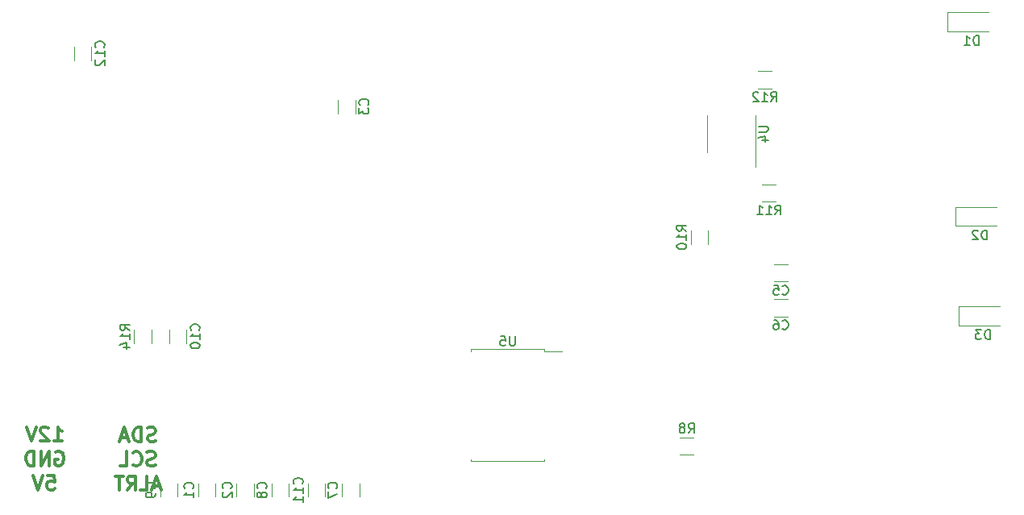
<source format=gbr>
%TF.GenerationSoftware,KiCad,Pcbnew,(5.1.10-1-10_14)*%
%TF.CreationDate,2022-01-10T15:26:04+01:00*%
%TF.ProjectId,E16 BMS Master,45313620-424d-4532-904d-61737465722e,rev?*%
%TF.SameCoordinates,Original*%
%TF.FileFunction,Legend,Bot*%
%TF.FilePolarity,Positive*%
%FSLAX46Y46*%
G04 Gerber Fmt 4.6, Leading zero omitted, Abs format (unit mm)*
G04 Created by KiCad (PCBNEW (5.1.10-1-10_14)) date 2022-01-10 15:26:04*
%MOMM*%
%LPD*%
G01*
G04 APERTURE LIST*
%ADD10C,0.300000*%
%ADD11C,0.120000*%
%ADD12C,0.150000*%
G04 APERTURE END LIST*
D10*
X119017028Y-153962342D02*
X118802742Y-154033771D01*
X118445600Y-154033771D01*
X118302742Y-153962342D01*
X118231314Y-153890914D01*
X118159885Y-153748057D01*
X118159885Y-153605200D01*
X118231314Y-153462342D01*
X118302742Y-153390914D01*
X118445600Y-153319485D01*
X118731314Y-153248057D01*
X118874171Y-153176628D01*
X118945600Y-153105200D01*
X119017028Y-152962342D01*
X119017028Y-152819485D01*
X118945600Y-152676628D01*
X118874171Y-152605200D01*
X118731314Y-152533771D01*
X118374171Y-152533771D01*
X118159885Y-152605200D01*
X117517028Y-154033771D02*
X117517028Y-152533771D01*
X117159885Y-152533771D01*
X116945600Y-152605200D01*
X116802742Y-152748057D01*
X116731314Y-152890914D01*
X116659885Y-153176628D01*
X116659885Y-153390914D01*
X116731314Y-153676628D01*
X116802742Y-153819485D01*
X116945600Y-153962342D01*
X117159885Y-154033771D01*
X117517028Y-154033771D01*
X116088457Y-153605200D02*
X115374171Y-153605200D01*
X116231314Y-154033771D02*
X115731314Y-152533771D01*
X115231314Y-154033771D01*
X118981314Y-156512342D02*
X118767028Y-156583771D01*
X118409885Y-156583771D01*
X118267028Y-156512342D01*
X118195600Y-156440914D01*
X118124171Y-156298057D01*
X118124171Y-156155200D01*
X118195600Y-156012342D01*
X118267028Y-155940914D01*
X118409885Y-155869485D01*
X118695600Y-155798057D01*
X118838457Y-155726628D01*
X118909885Y-155655200D01*
X118981314Y-155512342D01*
X118981314Y-155369485D01*
X118909885Y-155226628D01*
X118838457Y-155155200D01*
X118695600Y-155083771D01*
X118338457Y-155083771D01*
X118124171Y-155155200D01*
X116624171Y-156440914D02*
X116695600Y-156512342D01*
X116909885Y-156583771D01*
X117052742Y-156583771D01*
X117267028Y-156512342D01*
X117409885Y-156369485D01*
X117481314Y-156226628D01*
X117552742Y-155940914D01*
X117552742Y-155726628D01*
X117481314Y-155440914D01*
X117409885Y-155298057D01*
X117267028Y-155155200D01*
X117052742Y-155083771D01*
X116909885Y-155083771D01*
X116695600Y-155155200D01*
X116624171Y-155226628D01*
X115267028Y-156583771D02*
X115981314Y-156583771D01*
X115981314Y-155083771D01*
X119481314Y-158705200D02*
X118767028Y-158705200D01*
X119624171Y-159133771D02*
X119124171Y-157633771D01*
X118624171Y-159133771D01*
X117409885Y-159133771D02*
X118124171Y-159133771D01*
X118124171Y-157633771D01*
X116052742Y-159133771D02*
X116552742Y-158419485D01*
X116909885Y-159133771D02*
X116909885Y-157633771D01*
X116338457Y-157633771D01*
X116195600Y-157705200D01*
X116124171Y-157776628D01*
X116052742Y-157919485D01*
X116052742Y-158133771D01*
X116124171Y-158276628D01*
X116195600Y-158348057D01*
X116338457Y-158419485D01*
X116909885Y-158419485D01*
X115624171Y-157633771D02*
X114767028Y-157633771D01*
X115195600Y-159133771D02*
X115195600Y-157633771D01*
X108319771Y-153982971D02*
X109176914Y-153982971D01*
X108748342Y-153982971D02*
X108748342Y-152482971D01*
X108891200Y-152697257D01*
X109034057Y-152840114D01*
X109176914Y-152911542D01*
X107748342Y-152625828D02*
X107676914Y-152554400D01*
X107534057Y-152482971D01*
X107176914Y-152482971D01*
X107034057Y-152554400D01*
X106962628Y-152625828D01*
X106891200Y-152768685D01*
X106891200Y-152911542D01*
X106962628Y-153125828D01*
X107819771Y-153982971D01*
X106891200Y-153982971D01*
X106462628Y-152482971D02*
X105962628Y-153982971D01*
X105462628Y-152482971D01*
X108534057Y-155104400D02*
X108676914Y-155032971D01*
X108891200Y-155032971D01*
X109105485Y-155104400D01*
X109248342Y-155247257D01*
X109319771Y-155390114D01*
X109391200Y-155675828D01*
X109391200Y-155890114D01*
X109319771Y-156175828D01*
X109248342Y-156318685D01*
X109105485Y-156461542D01*
X108891200Y-156532971D01*
X108748342Y-156532971D01*
X108534057Y-156461542D01*
X108462628Y-156390114D01*
X108462628Y-155890114D01*
X108748342Y-155890114D01*
X107819771Y-156532971D02*
X107819771Y-155032971D01*
X106962628Y-156532971D01*
X106962628Y-155032971D01*
X106248342Y-156532971D02*
X106248342Y-155032971D01*
X105891200Y-155032971D01*
X105676914Y-155104400D01*
X105534057Y-155247257D01*
X105462628Y-155390114D01*
X105391200Y-155675828D01*
X105391200Y-155890114D01*
X105462628Y-156175828D01*
X105534057Y-156318685D01*
X105676914Y-156461542D01*
X105891200Y-156532971D01*
X106248342Y-156532971D01*
X107676914Y-157582971D02*
X108391200Y-157582971D01*
X108462628Y-158297257D01*
X108391200Y-158225828D01*
X108248342Y-158154400D01*
X107891200Y-158154400D01*
X107748342Y-158225828D01*
X107676914Y-158297257D01*
X107605485Y-158440114D01*
X107605485Y-158797257D01*
X107676914Y-158940114D01*
X107748342Y-159011542D01*
X107891200Y-159082971D01*
X108248342Y-159082971D01*
X108391200Y-159011542D01*
X108462628Y-158940114D01*
X107176914Y-157582971D02*
X106676914Y-159082971D01*
X106176914Y-157582971D01*
D11*
%TO.C,C12*%
X112263600Y-113944452D02*
X112263600Y-112521948D01*
X110443600Y-113944452D02*
X110443600Y-112521948D01*
%TO.C,U5*%
X156006800Y-156100600D02*
X152146800Y-156100600D01*
X152146800Y-156100600D02*
X152146800Y-155855600D01*
X156006800Y-156100600D02*
X159866800Y-156100600D01*
X159866800Y-156100600D02*
X159866800Y-155855600D01*
X156006800Y-144330600D02*
X152146800Y-144330600D01*
X152146800Y-144330600D02*
X152146800Y-144575600D01*
X156006800Y-144330600D02*
X159866800Y-144330600D01*
X159866800Y-144330600D02*
X159866800Y-144575600D01*
X159866800Y-144575600D02*
X161681800Y-144575600D01*
%TO.C,U4*%
X176916400Y-121666000D02*
X176916400Y-119716000D01*
X176916400Y-121666000D02*
X176916400Y-123616000D01*
X182036400Y-121666000D02*
X182036400Y-119716000D01*
X182036400Y-121666000D02*
X182036400Y-125116000D01*
%TO.C,R14*%
X116742800Y-142224136D02*
X116742800Y-143678264D01*
X118562800Y-142224136D02*
X118562800Y-143678264D01*
%TO.C,R12*%
X182254536Y-116937200D02*
X183708664Y-116937200D01*
X182254536Y-115117200D02*
X183708664Y-115117200D01*
%TO.C,R11*%
X182711736Y-128824400D02*
X184165864Y-128824400D01*
X182711736Y-127004400D02*
X184165864Y-127004400D01*
%TO.C,R10*%
X175213600Y-131810136D02*
X175213600Y-133264264D01*
X177033600Y-131810136D02*
X177033600Y-133264264D01*
%TO.C,R8*%
X175529864Y-153572800D02*
X174075736Y-153572800D01*
X175529864Y-155392800D02*
X174075736Y-155392800D01*
%TO.C,D3*%
X207642400Y-141817600D02*
X203342400Y-141817600D01*
X203342400Y-141817600D02*
X203342400Y-139817600D01*
X203342400Y-139817600D02*
X207642400Y-139817600D01*
%TO.C,D2*%
X207337600Y-131352800D02*
X203037600Y-131352800D01*
X203037600Y-131352800D02*
X203037600Y-129352800D01*
X203037600Y-129352800D02*
X207337600Y-129352800D01*
%TO.C,D1*%
X206474000Y-110931200D02*
X202174000Y-110931200D01*
X202174000Y-110931200D02*
X202174000Y-108931200D01*
X202174000Y-108931200D02*
X206474000Y-108931200D01*
%TO.C,C11*%
X134980000Y-158394348D02*
X134980000Y-159816852D01*
X136800000Y-158394348D02*
X136800000Y-159816852D01*
%TO.C,C10*%
X122271200Y-143662452D02*
X122271200Y-142239948D01*
X120451200Y-143662452D02*
X120451200Y-142239948D01*
%TO.C,C9*%
X119486000Y-158394348D02*
X119486000Y-159816852D01*
X121306000Y-158394348D02*
X121306000Y-159816852D01*
%TO.C,C8*%
X131170000Y-158394348D02*
X131170000Y-159816852D01*
X132990000Y-158394348D02*
X132990000Y-159816852D01*
%TO.C,C7*%
X138586800Y-158394348D02*
X138586800Y-159816852D01*
X140406800Y-158394348D02*
X140406800Y-159816852D01*
%TO.C,C6*%
X183946748Y-140864000D02*
X185369252Y-140864000D01*
X183946748Y-139044000D02*
X185369252Y-139044000D01*
%TO.C,C5*%
X183946748Y-137206400D02*
X185369252Y-137206400D01*
X183946748Y-135386400D02*
X185369252Y-135386400D01*
%TO.C,C3*%
X140000400Y-119532452D02*
X140000400Y-118109948D01*
X138180400Y-119532452D02*
X138180400Y-118109948D01*
%TO.C,C2*%
X127512400Y-158394348D02*
X127512400Y-159816852D01*
X129332400Y-158394348D02*
X129332400Y-159816852D01*
%TO.C,C1*%
X123499200Y-158394348D02*
X123499200Y-159816852D01*
X125319200Y-158394348D02*
X125319200Y-159816852D01*
%TO.C,C12*%
D12*
X113560742Y-112590342D02*
X113608361Y-112542723D01*
X113655980Y-112399866D01*
X113655980Y-112304628D01*
X113608361Y-112161771D01*
X113513123Y-112066533D01*
X113417885Y-112018914D01*
X113227409Y-111971295D01*
X113084552Y-111971295D01*
X112894076Y-112018914D01*
X112798838Y-112066533D01*
X112703600Y-112161771D01*
X112655980Y-112304628D01*
X112655980Y-112399866D01*
X112703600Y-112542723D01*
X112751219Y-112590342D01*
X113655980Y-113542723D02*
X113655980Y-112971295D01*
X113655980Y-113257009D02*
X112655980Y-113257009D01*
X112798838Y-113161771D01*
X112894076Y-113066533D01*
X112941695Y-112971295D01*
X112751219Y-113923676D02*
X112703600Y-113971295D01*
X112655980Y-114066533D01*
X112655980Y-114304628D01*
X112703600Y-114399866D01*
X112751219Y-114447485D01*
X112846457Y-114495104D01*
X112941695Y-114495104D01*
X113084552Y-114447485D01*
X113655980Y-113876057D01*
X113655980Y-114495104D01*
%TO.C,U5*%
X156768704Y-142947980D02*
X156768704Y-143757504D01*
X156721085Y-143852742D01*
X156673466Y-143900361D01*
X156578228Y-143947980D01*
X156387752Y-143947980D01*
X156292514Y-143900361D01*
X156244895Y-143852742D01*
X156197276Y-143757504D01*
X156197276Y-142947980D01*
X155244895Y-142947980D02*
X155721085Y-142947980D01*
X155768704Y-143424171D01*
X155721085Y-143376552D01*
X155625847Y-143328933D01*
X155387752Y-143328933D01*
X155292514Y-143376552D01*
X155244895Y-143424171D01*
X155197276Y-143519409D01*
X155197276Y-143757504D01*
X155244895Y-143852742D01*
X155292514Y-143900361D01*
X155387752Y-143947980D01*
X155625847Y-143947980D01*
X155721085Y-143900361D01*
X155768704Y-143852742D01*
%TO.C,U4*%
X182328780Y-120904095D02*
X183138304Y-120904095D01*
X183233542Y-120951714D01*
X183281161Y-120999333D01*
X183328780Y-121094571D01*
X183328780Y-121285047D01*
X183281161Y-121380285D01*
X183233542Y-121427904D01*
X183138304Y-121475523D01*
X182328780Y-121475523D01*
X182662114Y-122380285D02*
X183328780Y-122380285D01*
X182281161Y-122142190D02*
X182995447Y-121904095D01*
X182995447Y-122523142D01*
%TO.C,R14*%
X116285180Y-142308342D02*
X115808990Y-141975009D01*
X116285180Y-141736914D02*
X115285180Y-141736914D01*
X115285180Y-142117866D01*
X115332800Y-142213104D01*
X115380419Y-142260723D01*
X115475657Y-142308342D01*
X115618514Y-142308342D01*
X115713752Y-142260723D01*
X115761371Y-142213104D01*
X115808990Y-142117866D01*
X115808990Y-141736914D01*
X116285180Y-143260723D02*
X116285180Y-142689295D01*
X116285180Y-142975009D02*
X115285180Y-142975009D01*
X115428038Y-142879771D01*
X115523276Y-142784533D01*
X115570895Y-142689295D01*
X115618514Y-144117866D02*
X116285180Y-144117866D01*
X115237561Y-143879771D02*
X115951847Y-143641676D01*
X115951847Y-144260723D01*
%TO.C,R12*%
X183624457Y-118299580D02*
X183957790Y-117823390D01*
X184195885Y-118299580D02*
X184195885Y-117299580D01*
X183814933Y-117299580D01*
X183719695Y-117347200D01*
X183672076Y-117394819D01*
X183624457Y-117490057D01*
X183624457Y-117632914D01*
X183672076Y-117728152D01*
X183719695Y-117775771D01*
X183814933Y-117823390D01*
X184195885Y-117823390D01*
X182672076Y-118299580D02*
X183243504Y-118299580D01*
X182957790Y-118299580D02*
X182957790Y-117299580D01*
X183053028Y-117442438D01*
X183148266Y-117537676D01*
X183243504Y-117585295D01*
X182291123Y-117394819D02*
X182243504Y-117347200D01*
X182148266Y-117299580D01*
X181910171Y-117299580D01*
X181814933Y-117347200D01*
X181767314Y-117394819D01*
X181719695Y-117490057D01*
X181719695Y-117585295D01*
X181767314Y-117728152D01*
X182338742Y-118299580D01*
X181719695Y-118299580D01*
%TO.C,R11*%
X184081657Y-130186780D02*
X184414990Y-129710590D01*
X184653085Y-130186780D02*
X184653085Y-129186780D01*
X184272133Y-129186780D01*
X184176895Y-129234400D01*
X184129276Y-129282019D01*
X184081657Y-129377257D01*
X184081657Y-129520114D01*
X184129276Y-129615352D01*
X184176895Y-129662971D01*
X184272133Y-129710590D01*
X184653085Y-129710590D01*
X183129276Y-130186780D02*
X183700704Y-130186780D01*
X183414990Y-130186780D02*
X183414990Y-129186780D01*
X183510228Y-129329638D01*
X183605466Y-129424876D01*
X183700704Y-129472495D01*
X182176895Y-130186780D02*
X182748323Y-130186780D01*
X182462609Y-130186780D02*
X182462609Y-129186780D01*
X182557847Y-129329638D01*
X182653085Y-129424876D01*
X182748323Y-129472495D01*
%TO.C,R10*%
X174755980Y-131894342D02*
X174279790Y-131561009D01*
X174755980Y-131322914D02*
X173755980Y-131322914D01*
X173755980Y-131703866D01*
X173803600Y-131799104D01*
X173851219Y-131846723D01*
X173946457Y-131894342D01*
X174089314Y-131894342D01*
X174184552Y-131846723D01*
X174232171Y-131799104D01*
X174279790Y-131703866D01*
X174279790Y-131322914D01*
X174755980Y-132846723D02*
X174755980Y-132275295D01*
X174755980Y-132561009D02*
X173755980Y-132561009D01*
X173898838Y-132465771D01*
X173994076Y-132370533D01*
X174041695Y-132275295D01*
X173755980Y-133465771D02*
X173755980Y-133561009D01*
X173803600Y-133656247D01*
X173851219Y-133703866D01*
X173946457Y-133751485D01*
X174136933Y-133799104D01*
X174375028Y-133799104D01*
X174565504Y-133751485D01*
X174660742Y-133703866D01*
X174708361Y-133656247D01*
X174755980Y-133561009D01*
X174755980Y-133465771D01*
X174708361Y-133370533D01*
X174660742Y-133322914D01*
X174565504Y-133275295D01*
X174375028Y-133227676D01*
X174136933Y-133227676D01*
X173946457Y-133275295D01*
X173851219Y-133322914D01*
X173803600Y-133370533D01*
X173755980Y-133465771D01*
%TO.C,R8*%
X174969466Y-153115180D02*
X175302800Y-152638990D01*
X175540895Y-153115180D02*
X175540895Y-152115180D01*
X175159942Y-152115180D01*
X175064704Y-152162800D01*
X175017085Y-152210419D01*
X174969466Y-152305657D01*
X174969466Y-152448514D01*
X175017085Y-152543752D01*
X175064704Y-152591371D01*
X175159942Y-152638990D01*
X175540895Y-152638990D01*
X174398038Y-152543752D02*
X174493276Y-152496133D01*
X174540895Y-152448514D01*
X174588514Y-152353276D01*
X174588514Y-152305657D01*
X174540895Y-152210419D01*
X174493276Y-152162800D01*
X174398038Y-152115180D01*
X174207561Y-152115180D01*
X174112323Y-152162800D01*
X174064704Y-152210419D01*
X174017085Y-152305657D01*
X174017085Y-152353276D01*
X174064704Y-152448514D01*
X174112323Y-152496133D01*
X174207561Y-152543752D01*
X174398038Y-152543752D01*
X174493276Y-152591371D01*
X174540895Y-152638990D01*
X174588514Y-152734228D01*
X174588514Y-152924704D01*
X174540895Y-153019942D01*
X174493276Y-153067561D01*
X174398038Y-153115180D01*
X174207561Y-153115180D01*
X174112323Y-153067561D01*
X174064704Y-153019942D01*
X174017085Y-152924704D01*
X174017085Y-152734228D01*
X174064704Y-152638990D01*
X174112323Y-152591371D01*
X174207561Y-152543752D01*
%TO.C,D3*%
X206630495Y-143269980D02*
X206630495Y-142269980D01*
X206392400Y-142269980D01*
X206249542Y-142317600D01*
X206154304Y-142412838D01*
X206106685Y-142508076D01*
X206059066Y-142698552D01*
X206059066Y-142841409D01*
X206106685Y-143031885D01*
X206154304Y-143127123D01*
X206249542Y-143222361D01*
X206392400Y-143269980D01*
X206630495Y-143269980D01*
X205725733Y-142269980D02*
X205106685Y-142269980D01*
X205440019Y-142650933D01*
X205297161Y-142650933D01*
X205201923Y-142698552D01*
X205154304Y-142746171D01*
X205106685Y-142841409D01*
X205106685Y-143079504D01*
X205154304Y-143174742D01*
X205201923Y-143222361D01*
X205297161Y-143269980D01*
X205582876Y-143269980D01*
X205678114Y-143222361D01*
X205725733Y-143174742D01*
%TO.C,D2*%
X206325695Y-132805180D02*
X206325695Y-131805180D01*
X206087600Y-131805180D01*
X205944742Y-131852800D01*
X205849504Y-131948038D01*
X205801885Y-132043276D01*
X205754266Y-132233752D01*
X205754266Y-132376609D01*
X205801885Y-132567085D01*
X205849504Y-132662323D01*
X205944742Y-132757561D01*
X206087600Y-132805180D01*
X206325695Y-132805180D01*
X205373314Y-131900419D02*
X205325695Y-131852800D01*
X205230457Y-131805180D01*
X204992361Y-131805180D01*
X204897123Y-131852800D01*
X204849504Y-131900419D01*
X204801885Y-131995657D01*
X204801885Y-132090895D01*
X204849504Y-132233752D01*
X205420933Y-132805180D01*
X204801885Y-132805180D01*
%TO.C,D1*%
X205462095Y-112383580D02*
X205462095Y-111383580D01*
X205224000Y-111383580D01*
X205081142Y-111431200D01*
X204985904Y-111526438D01*
X204938285Y-111621676D01*
X204890666Y-111812152D01*
X204890666Y-111955009D01*
X204938285Y-112145485D01*
X204985904Y-112240723D01*
X205081142Y-112335961D01*
X205224000Y-112383580D01*
X205462095Y-112383580D01*
X203938285Y-112383580D02*
X204509714Y-112383580D01*
X204224000Y-112383580D02*
X204224000Y-111383580D01*
X204319238Y-111526438D01*
X204414476Y-111621676D01*
X204509714Y-111669295D01*
%TO.C,C11*%
X134397142Y-158462742D02*
X134444761Y-158415123D01*
X134492380Y-158272266D01*
X134492380Y-158177028D01*
X134444761Y-158034171D01*
X134349523Y-157938933D01*
X134254285Y-157891314D01*
X134063809Y-157843695D01*
X133920952Y-157843695D01*
X133730476Y-157891314D01*
X133635238Y-157938933D01*
X133540000Y-158034171D01*
X133492380Y-158177028D01*
X133492380Y-158272266D01*
X133540000Y-158415123D01*
X133587619Y-158462742D01*
X134492380Y-159415123D02*
X134492380Y-158843695D01*
X134492380Y-159129409D02*
X133492380Y-159129409D01*
X133635238Y-159034171D01*
X133730476Y-158938933D01*
X133778095Y-158843695D01*
X134492380Y-160367504D02*
X134492380Y-159796076D01*
X134492380Y-160081790D02*
X133492380Y-160081790D01*
X133635238Y-159986552D01*
X133730476Y-159891314D01*
X133778095Y-159796076D01*
%TO.C,C10*%
X123568342Y-142308342D02*
X123615961Y-142260723D01*
X123663580Y-142117866D01*
X123663580Y-142022628D01*
X123615961Y-141879771D01*
X123520723Y-141784533D01*
X123425485Y-141736914D01*
X123235009Y-141689295D01*
X123092152Y-141689295D01*
X122901676Y-141736914D01*
X122806438Y-141784533D01*
X122711200Y-141879771D01*
X122663580Y-142022628D01*
X122663580Y-142117866D01*
X122711200Y-142260723D01*
X122758819Y-142308342D01*
X123663580Y-143260723D02*
X123663580Y-142689295D01*
X123663580Y-142975009D02*
X122663580Y-142975009D01*
X122806438Y-142879771D01*
X122901676Y-142784533D01*
X122949295Y-142689295D01*
X122663580Y-143879771D02*
X122663580Y-143975009D01*
X122711200Y-144070247D01*
X122758819Y-144117866D01*
X122854057Y-144165485D01*
X123044533Y-144213104D01*
X123282628Y-144213104D01*
X123473104Y-144165485D01*
X123568342Y-144117866D01*
X123615961Y-144070247D01*
X123663580Y-143975009D01*
X123663580Y-143879771D01*
X123615961Y-143784533D01*
X123568342Y-143736914D01*
X123473104Y-143689295D01*
X123282628Y-143641676D01*
X123044533Y-143641676D01*
X122854057Y-143689295D01*
X122758819Y-143736914D01*
X122711200Y-143784533D01*
X122663580Y-143879771D01*
%TO.C,C9*%
X118903142Y-158938933D02*
X118950761Y-158891314D01*
X118998380Y-158748457D01*
X118998380Y-158653219D01*
X118950761Y-158510361D01*
X118855523Y-158415123D01*
X118760285Y-158367504D01*
X118569809Y-158319885D01*
X118426952Y-158319885D01*
X118236476Y-158367504D01*
X118141238Y-158415123D01*
X118046000Y-158510361D01*
X117998380Y-158653219D01*
X117998380Y-158748457D01*
X118046000Y-158891314D01*
X118093619Y-158938933D01*
X118998380Y-159415123D02*
X118998380Y-159605600D01*
X118950761Y-159700838D01*
X118903142Y-159748457D01*
X118760285Y-159843695D01*
X118569809Y-159891314D01*
X118188857Y-159891314D01*
X118093619Y-159843695D01*
X118046000Y-159796076D01*
X117998380Y-159700838D01*
X117998380Y-159510361D01*
X118046000Y-159415123D01*
X118093619Y-159367504D01*
X118188857Y-159319885D01*
X118426952Y-159319885D01*
X118522190Y-159367504D01*
X118569809Y-159415123D01*
X118617428Y-159510361D01*
X118617428Y-159700838D01*
X118569809Y-159796076D01*
X118522190Y-159843695D01*
X118426952Y-159891314D01*
%TO.C,C8*%
X130587142Y-158938933D02*
X130634761Y-158891314D01*
X130682380Y-158748457D01*
X130682380Y-158653219D01*
X130634761Y-158510361D01*
X130539523Y-158415123D01*
X130444285Y-158367504D01*
X130253809Y-158319885D01*
X130110952Y-158319885D01*
X129920476Y-158367504D01*
X129825238Y-158415123D01*
X129730000Y-158510361D01*
X129682380Y-158653219D01*
X129682380Y-158748457D01*
X129730000Y-158891314D01*
X129777619Y-158938933D01*
X130110952Y-159510361D02*
X130063333Y-159415123D01*
X130015714Y-159367504D01*
X129920476Y-159319885D01*
X129872857Y-159319885D01*
X129777619Y-159367504D01*
X129730000Y-159415123D01*
X129682380Y-159510361D01*
X129682380Y-159700838D01*
X129730000Y-159796076D01*
X129777619Y-159843695D01*
X129872857Y-159891314D01*
X129920476Y-159891314D01*
X130015714Y-159843695D01*
X130063333Y-159796076D01*
X130110952Y-159700838D01*
X130110952Y-159510361D01*
X130158571Y-159415123D01*
X130206190Y-159367504D01*
X130301428Y-159319885D01*
X130491904Y-159319885D01*
X130587142Y-159367504D01*
X130634761Y-159415123D01*
X130682380Y-159510361D01*
X130682380Y-159700838D01*
X130634761Y-159796076D01*
X130587142Y-159843695D01*
X130491904Y-159891314D01*
X130301428Y-159891314D01*
X130206190Y-159843695D01*
X130158571Y-159796076D01*
X130110952Y-159700838D01*
%TO.C,C7*%
X138003942Y-158938933D02*
X138051561Y-158891314D01*
X138099180Y-158748457D01*
X138099180Y-158653219D01*
X138051561Y-158510361D01*
X137956323Y-158415123D01*
X137861085Y-158367504D01*
X137670609Y-158319885D01*
X137527752Y-158319885D01*
X137337276Y-158367504D01*
X137242038Y-158415123D01*
X137146800Y-158510361D01*
X137099180Y-158653219D01*
X137099180Y-158748457D01*
X137146800Y-158891314D01*
X137194419Y-158938933D01*
X137099180Y-159272266D02*
X137099180Y-159938933D01*
X138099180Y-159510361D01*
%TO.C,C6*%
X184824666Y-142161142D02*
X184872285Y-142208761D01*
X185015142Y-142256380D01*
X185110380Y-142256380D01*
X185253238Y-142208761D01*
X185348476Y-142113523D01*
X185396095Y-142018285D01*
X185443714Y-141827809D01*
X185443714Y-141684952D01*
X185396095Y-141494476D01*
X185348476Y-141399238D01*
X185253238Y-141304000D01*
X185110380Y-141256380D01*
X185015142Y-141256380D01*
X184872285Y-141304000D01*
X184824666Y-141351619D01*
X183967523Y-141256380D02*
X184158000Y-141256380D01*
X184253238Y-141304000D01*
X184300857Y-141351619D01*
X184396095Y-141494476D01*
X184443714Y-141684952D01*
X184443714Y-142065904D01*
X184396095Y-142161142D01*
X184348476Y-142208761D01*
X184253238Y-142256380D01*
X184062761Y-142256380D01*
X183967523Y-142208761D01*
X183919904Y-142161142D01*
X183872285Y-142065904D01*
X183872285Y-141827809D01*
X183919904Y-141732571D01*
X183967523Y-141684952D01*
X184062761Y-141637333D01*
X184253238Y-141637333D01*
X184348476Y-141684952D01*
X184396095Y-141732571D01*
X184443714Y-141827809D01*
%TO.C,C5*%
X184824666Y-138503542D02*
X184872285Y-138551161D01*
X185015142Y-138598780D01*
X185110380Y-138598780D01*
X185253238Y-138551161D01*
X185348476Y-138455923D01*
X185396095Y-138360685D01*
X185443714Y-138170209D01*
X185443714Y-138027352D01*
X185396095Y-137836876D01*
X185348476Y-137741638D01*
X185253238Y-137646400D01*
X185110380Y-137598780D01*
X185015142Y-137598780D01*
X184872285Y-137646400D01*
X184824666Y-137694019D01*
X183919904Y-137598780D02*
X184396095Y-137598780D01*
X184443714Y-138074971D01*
X184396095Y-138027352D01*
X184300857Y-137979733D01*
X184062761Y-137979733D01*
X183967523Y-138027352D01*
X183919904Y-138074971D01*
X183872285Y-138170209D01*
X183872285Y-138408304D01*
X183919904Y-138503542D01*
X183967523Y-138551161D01*
X184062761Y-138598780D01*
X184300857Y-138598780D01*
X184396095Y-138551161D01*
X184443714Y-138503542D01*
%TO.C,C3*%
X141297542Y-118654533D02*
X141345161Y-118606914D01*
X141392780Y-118464057D01*
X141392780Y-118368819D01*
X141345161Y-118225961D01*
X141249923Y-118130723D01*
X141154685Y-118083104D01*
X140964209Y-118035485D01*
X140821352Y-118035485D01*
X140630876Y-118083104D01*
X140535638Y-118130723D01*
X140440400Y-118225961D01*
X140392780Y-118368819D01*
X140392780Y-118464057D01*
X140440400Y-118606914D01*
X140488019Y-118654533D01*
X140392780Y-118987866D02*
X140392780Y-119606914D01*
X140773733Y-119273580D01*
X140773733Y-119416438D01*
X140821352Y-119511676D01*
X140868971Y-119559295D01*
X140964209Y-119606914D01*
X141202304Y-119606914D01*
X141297542Y-119559295D01*
X141345161Y-119511676D01*
X141392780Y-119416438D01*
X141392780Y-119130723D01*
X141345161Y-119035485D01*
X141297542Y-118987866D01*
%TO.C,C2*%
X126929542Y-158938933D02*
X126977161Y-158891314D01*
X127024780Y-158748457D01*
X127024780Y-158653219D01*
X126977161Y-158510361D01*
X126881923Y-158415123D01*
X126786685Y-158367504D01*
X126596209Y-158319885D01*
X126453352Y-158319885D01*
X126262876Y-158367504D01*
X126167638Y-158415123D01*
X126072400Y-158510361D01*
X126024780Y-158653219D01*
X126024780Y-158748457D01*
X126072400Y-158891314D01*
X126120019Y-158938933D01*
X126120019Y-159319885D02*
X126072400Y-159367504D01*
X126024780Y-159462742D01*
X126024780Y-159700838D01*
X126072400Y-159796076D01*
X126120019Y-159843695D01*
X126215257Y-159891314D01*
X126310495Y-159891314D01*
X126453352Y-159843695D01*
X127024780Y-159272266D01*
X127024780Y-159891314D01*
%TO.C,C1*%
X122916342Y-158938933D02*
X122963961Y-158891314D01*
X123011580Y-158748457D01*
X123011580Y-158653219D01*
X122963961Y-158510361D01*
X122868723Y-158415123D01*
X122773485Y-158367504D01*
X122583009Y-158319885D01*
X122440152Y-158319885D01*
X122249676Y-158367504D01*
X122154438Y-158415123D01*
X122059200Y-158510361D01*
X122011580Y-158653219D01*
X122011580Y-158748457D01*
X122059200Y-158891314D01*
X122106819Y-158938933D01*
X123011580Y-159891314D02*
X123011580Y-159319885D01*
X123011580Y-159605600D02*
X122011580Y-159605600D01*
X122154438Y-159510361D01*
X122249676Y-159415123D01*
X122297295Y-159319885D01*
%TD*%
M02*

</source>
